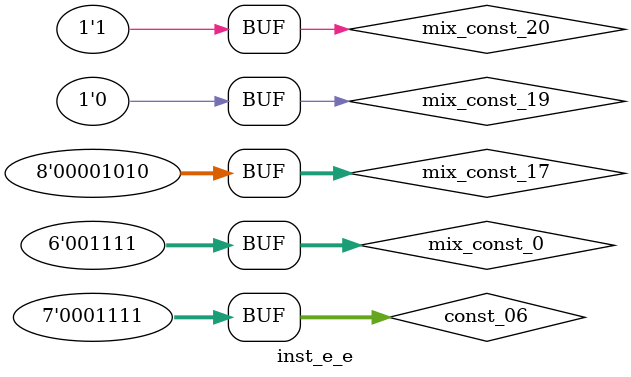
<source format=v>


`timescale 1ns / 1ps


`define const_06_c 7'b0001111  // __I_ConvConstant: 0xf
`define mix_const_0_c 6'b001111  // __I_ConvConstant: 0xf
`define mix_const_17_c 'b1010  // __I_VectorConv
`define mix_const_19_c 1'b0 
`define mix_const_20_c 1'b1 


module inst_e_e
	//
	// Generated module inst_e
	//
		(
		);
		// End of generated module header


    // Internal signals

		//
		// Generated Signal List
		//
			wire	[6:0]	const_06;
			wire	[5:0]	mix_const_0;
			wire	[7:0]	mix_const_17;
			wire		mix_const_19;
			wire		mix_const_20;
		//
		// End of Generated Signal List
		//


    // %COMPILER_OPTS%

	// Generated Signal Assignments
			assign const_06 = `const_06_c;
			assign mix_const_0 = `mix_const_0_c;
			assign mix_const_17 = `mix_const_17_c;
			assign mix_const_19 = `mix_const_19_c;
			assign mix_const_20 = `mix_const_20_c;


    //
    // Generated Instances
    // wiring ...

	// Generated Instances and Port Mappings
		// Generated Instance Port Map for inst_ea
		inst_ea_e inst_ea(
			.bad_width_p(mix_const_17), // #!Illegal
			.const_06_p(const_06), // Constant Wire, # take literally, but will not work!
			.const_07_p(mix_const_0), // Constant Wire, # take literally, but will not valid VHDL
			.zero_dup_e(mix_const_19), // #Illegal
			.zero_dup_e(mix_const_20) // #Illegal
		);
		// End of Generated Instance Port Map for inst_ea



endmodule
//
// End of Generated Module rtl of inst_e_e
//
//
//!End of Module/s
// --------------------------------------------------------------

</source>
